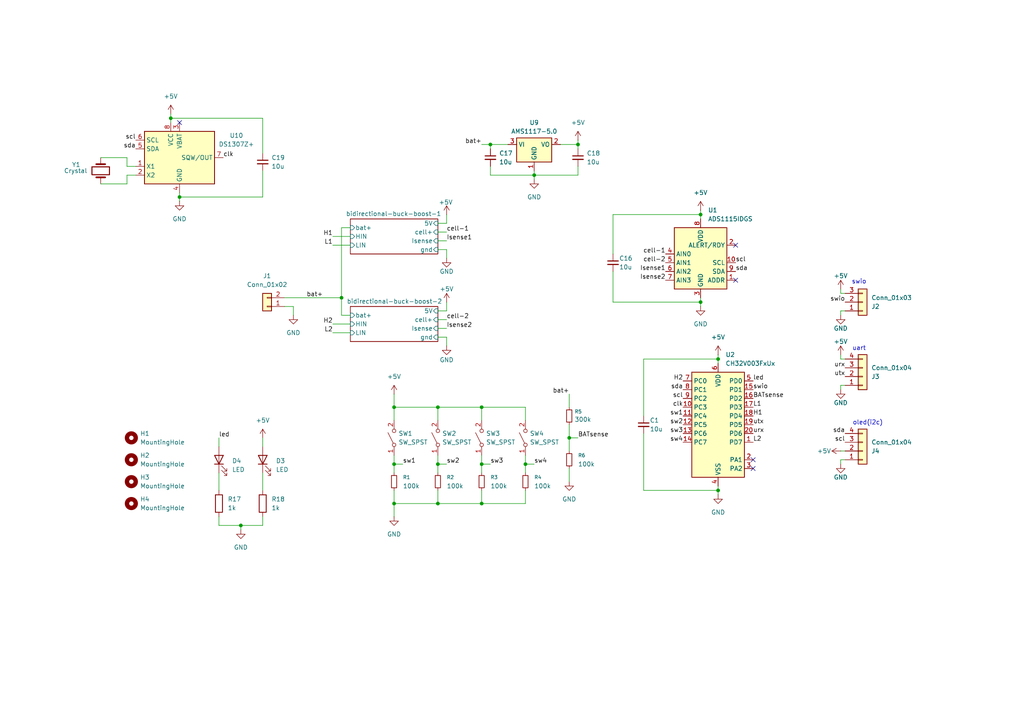
<source format=kicad_sch>
(kicad_sch (version 20250114) (generator "eeschema") (generator_version "9.0")
  (paper "A4")
  (lib_symbols
    (symbol "Analog_ADC:ADS1115IDGS"
      (property "Reference" "U" (at 2.54 13.97 0))
      (property "Value" "ADS1115IDGS" (at 7.62 11.43 0))
      (symbol "ADS1115IDGS_0_1"
        (rectangle (start -7.62 10.16) (end 7.62 -7.62) (stroke (width 0.254)) (fill (type background)))
      )
      (symbol "ADS1115IDGS_1_1"
        (pin input line (at -10.16 2.54 0) (length 2.54) (name "AIN0") (number "4"))
        (pin input line (at -10.16 0 0) (length 2.54) (name "AIN1") (number "5"))
        (pin input line (at -10.16 -2.54 0) (length 2.54) (name "AIN2") (number "6"))
        (pin input line (at -10.16 -5.08 0) (length 2.54) (name "AIN3") (number "7"))
        (pin power_in line (at 0 12.7 270) (length 2.54) (name "VDD") (number "8"))
        (pin power_in line (at 0 -10.16 90) (length 2.54) (name "GND") (number "3"))
        (pin output line (at 10.16 5.08 180) (length 2.54) (name "ALERT/RDY") (number "2"))
        (pin input line (at 10.16 0 180) (length 2.54) (name "SCL") (number "10"))
        (pin bidirectional line (at 10.16 -2.54 180) (length 2.54) (name "SDA") (number "9"))
        (pin input line (at 10.16 -5.08 180) (length 2.54) (name "ADDR") (number "1"))
      )
    )
    (symbol "Connector_Generic:Conn_01x02" (pin_names (offset 1.016) (hide yes))
      (property "Reference" "J" (at 0 2.54 0))
      (property "Value" "Conn_01x02" (at 0 -5.08 0))
      (symbol "Conn_01x02_1_1"
        (rectangle (start -1.27 1.27) (end 1.27 -3.81) (stroke (width 0.254)) (fill (type background)))
        (rectangle (start -1.27 0.127) (end 0 -0.127) (stroke (width 0.1524)))
        (rectangle (start -1.27 -2.413) (end 0 -2.667) (stroke (width 0.1524)))
        (pin passive line (at -5.08 0 0) (length 3.81) (name "Pin_1") (number "1"))
        (pin passive line (at -5.08 -2.54 0) (length 3.81) (name "Pin_2") (number "2"))
      )
    )
    (symbol "Connector_Generic:Conn_01x03" (pin_names (offset 1.016) (hide yes))
      (property "Reference" "J" (at 0 5.08 0))
      (property "Value" "Conn_01x03" (at 0 -5.08 0))
      (symbol "Conn_01x03_1_1"
        (rectangle (start -1.27 3.81) (end 1.27 -3.81) (stroke (width 0.254)) (fill (type background)))
        (rectangle (start -1.27 2.667) (end 0 2.413) (stroke (width 0.1524)))
        (rectangle (start -1.27 0.127) (end 0 -0.127) (stroke (width 0.1524)))
        (rectangle (start -1.27 -2.413) (end 0 -2.667) (stroke (width 0.1524)))
        (pin passive line (at -5.08 2.54 0) (length 3.81) (name "Pin_1") (number "1"))
        (pin passive line (at -5.08 0 0) (length 3.81) (name "Pin_2") (number "2"))
        (pin passive line (at -5.08 -2.54 0) (length 3.81) (name "Pin_3") (number "3"))
      )
    )
    (symbol "Connector_Generic:Conn_01x04" (pin_names (offset 1.016) (hide yes))
      (property "Reference" "J" (at 0 5.08 0))
      (property "Value" "Conn_01x04" (at 0 -7.62 0))
      (symbol "Conn_01x04_1_1"
        (rectangle (start -1.27 3.81) (end 1.27 -6.35) (stroke (width 0.254)) (fill (type background)))
        (rectangle (start -1.27 2.667) (end 0 2.413) (stroke (width 0.1524)))
        (rectangle (start -1.27 0.127) (end 0 -0.127) (stroke (width 0.1524)))
        (rectangle (start -1.27 -2.413) (end 0 -2.667) (stroke (width 0.1524)))
        (rectangle (start -1.27 -4.953) (end 0 -5.207) (stroke (width 0.1524)))
        (pin passive line (at -5.08 2.54 0) (length 3.81) (name "Pin_1") (number "1"))
        (pin passive line (at -5.08 0 0) (length 3.81) (name "Pin_2") (number "2"))
        (pin passive line (at -5.08 -2.54 0) (length 3.81) (name "Pin_3") (number "3"))
        (pin passive line (at -5.08 -5.08 0) (length 3.81) (name "Pin_4") (number "4"))
      )
    )
    (symbol "Device:C_Small" (pin_numbers (hide yes)) (pin_names (offset 0.254) (hide yes))
      (property "Reference" "C" (at 0.254 1.778 0))
      (property "Value" "C_Small" (at 0.254 -2.032 0))
      (symbol "C_Small_0_1"
        (polyline (pts (xy -1.524 0.508) (xy 1.524 0.508)) (stroke (width 0.3048)))
        (polyline (pts (xy -1.524 -0.508) (xy 1.524 -0.508)) (stroke (width 0.3302)))
      )
      (symbol "C_Small_1_1"
        (pin passive line (at 0 2.54 270) (length 2.032) (name "~") (number "1"))
        (pin passive line (at 0 -2.54 90) (length 2.032) (name "~") (number "2"))
      )
    )
    (symbol "Device:Crystal" (pin_numbers (hide yes)) (pin_names (offset 1.016) (hide yes))
      (property "Reference" "Y" (at 0 3.81 0))
      (property "Value" "Crystal" (at 0 -3.81 0))
      (symbol "Crystal_0_1"
        (polyline (pts (xy -2.54 0) (xy -1.905 0)))
        (polyline (pts (xy -1.905 -1.27) (xy -1.905 1.27)) (stroke (width 0.508)))
        (rectangle (start -1.143 2.54) (end 1.143 -2.54) (stroke (width 0.3048)))
        (polyline (pts (xy 1.905 -1.27) (xy 1.905 1.27)) (stroke (width 0.508)))
        (polyline (pts (xy 2.54 0) (xy 1.905 0)))
      )
      (symbol "Crystal_1_1"
        (pin passive line (at -3.81 0 0) (length 1.27) (name "1") (number "1"))
        (pin passive line (at 3.81 0 180) (length 1.27) (name "2") (number "2"))
      )
    )
    (symbol "Device:LED" (pin_numbers (hide yes)) (pin_names (offset 1.016) (hide yes))
      (property "Reference" "D" (at 0 2.54 0))
      (property "Value" "LED" (at 0 -2.54 0))
      (symbol "LED_0_1"
        (polyline (pts (xy -3.048 -0.762) (xy -4.572 -2.286) (xy -3.81 -2.286) (xy -4.572 -2.286) (xy -4.572 -1.524)))
        (polyline (pts (xy -1.778 -0.762) (xy -3.302 -2.286) (xy -2.54 -2.286) (xy -3.302 -2.286) (xy -3.302 -1.524)))
        (polyline (pts (xy -1.27 0) (xy 1.27 0)))
        (polyline (pts (xy -1.27 -1.27) (xy -1.27 1.27)) (stroke (width 0.254)))
        (polyline (pts (xy 1.27 -1.27) (xy 1.27 1.27) (xy -1.27 0) (xy 1.27 -1.27)) (stroke (width 0.254)))
      )
      (symbol "LED_1_1"
        (pin passive line (at -3.81 0 0) (length 2.54) (name "K") (number "1"))
        (pin passive line (at 3.81 0 180) (length 2.54) (name "A") (number "2"))
      )
    )
    (symbol "Device:R" (pin_numbers (hide yes)) (pin_names (offset 0))
      (property "Reference" "R" (at 2.032 0 90))
      (property "Value" "R" (at 0 0 90))
      (symbol "R_0_1"
        (rectangle (start -1.016 -2.54) (end 1.016 2.54) (stroke (width 0.254)))
      )
      (symbol "R_1_1"
        (pin passive line (at 0 3.81 270) (length 1.27) (name "~") (number "1"))
        (pin passive line (at 0 -3.81 90) (length 1.27) (name "~") (number "2"))
      )
    )
    (symbol "Device:R_Small" (pin_numbers (hide yes)) (pin_names (offset 0.254) (hide yes))
      (property "Reference" "R" (at 0 0 90))
      (property "Value" "R_Small" (at 1.778 0 90))
      (symbol "R_Small_0_1"
        (rectangle (start -0.762 1.778) (end 0.762 -1.778) (stroke (width 0.2032)))
      )
      (symbol "R_Small_1_1"
        (pin passive line (at 0 2.54 270) (length 0.762) (name "~") (number "1"))
        (pin passive line (at 0 -2.54 90) (length 0.762) (name "~") (number "2"))
      )
    )
    (symbol "MCU_WCH_CH32V0:CH32V003FxUx"
      (property "Reference" "U" (at -7.62 17.78 0))
      (property "Value" "CH32V003FxUx" (at 7.62 17.78 0))
      (symbol "CH32V003FxUx_1_1"
        (rectangle (start -7.62 15.24) (end 7.62 -15.24) (stroke (width 0.254)) (fill (type background)))
        (pin bidirectional line (at -10.16 12.7 0) (length 2.54) (name "PC0") (number "7"))
        (pin bidirectional line (at -10.16 10.16 0) (length 2.54) (name "PC1") (number "8"))
        (pin bidirectional line (at -10.16 7.62 0) (length 2.54) (name "PC2") (number "9"))
        (pin bidirectional line (at -10.16 5.08 0) (length 2.54) (name "PC3") (number "10"))
        (pin bidirectional line (at -10.16 2.54 0) (length 2.54) (name "PC4") (number "11"))
        (pin bidirectional line (at -10.16 0 0) (length 2.54) (name "PC5") (number "12"))
        (pin bidirectional line (at -10.16 -2.54 0) (length 2.54) (name "PC6") (number "13"))
        (pin bidirectional line (at -10.16 -5.08 0) (length 2.54) (name "PC7") (number "14"))
        (pin power_in line (at 0 17.78 270) (length 2.54) (name "VDD") (number "6"))
        (pin passive line (at 0 -17.78 90) (length 2.54) (hide yes) (name "VSS") (number "21"))
        (pin power_in line (at 0 -17.78 90) (length 2.54) (name "VSS") (number "4"))
        (pin bidirectional line (at 10.16 12.7 180) (length 2.54) (name "PD0") (number "5"))
        (pin bidirectional line (at 10.16 10.16 180) (length 2.54) (name "PD1") (number "15"))
        (pin bidirectional line (at 10.16 7.62 180) (length 2.54) (name "PD2") (number "16"))
        (pin bidirectional line (at 10.16 5.08 180) (length 2.54) (name "PD3") (number "17"))
        (pin bidirectional line (at 10.16 2.54 180) (length 2.54) (name "PD4") (number "18"))
        (pin bidirectional line (at 10.16 0 180) (length 2.54) (name "PD5") (number "19"))
        (pin bidirectional line (at 10.16 -2.54 180) (length 2.54) (name "PD6") (number "20"))
        (pin bidirectional line (at 10.16 -5.08 180) (length 2.54) (name "PD7") (number "1"))
        (pin bidirectional line (at 10.16 -10.16 180) (length 2.54) (name "PA1") (number "2"))
        (pin bidirectional line (at 10.16 -12.7 180) (length 2.54) (name "PA2") (number "3"))
      )
    )
    (symbol "Mechanical:MountingHole" (pin_names (offset 1.016)) (in_bom no)
      (property "Reference" "H" (at 0 5.08 0))
      (property "Value" "MountingHole" (at 0 3.175 0))
      (symbol "MountingHole_0_1"
        (circle (center 0 0) (radius 1.27) (stroke (width 1.27)))
      )
    )
    (symbol "Regulator_Linear:AMS1117-5.0"
      (property "Reference" "U" (at -3.81 3.175 0))
      (property "Value" "AMS1117-5.0" (at 0 3.175 0))
      (symbol "AMS1117-5.0_0_1"
        (rectangle (start -5.08 -5.08) (end 5.08 1.905) (stroke (width 0.254)) (fill (type background)))
      )
      (symbol "AMS1117-5.0_1_1"
        (pin power_in line (at -7.62 0 0) (length 2.54) (name "VI") (number "3"))
        (pin power_in line (at 0 -7.62 90) (length 2.54) (name "GND") (number "1"))
        (pin power_out line (at 7.62 0 180) (length 2.54) (name "VO") (number "2"))
      )
    )
    (symbol "Switch:SW_SPST" (pin_names (offset 0) (hide yes))
      (property "Reference" "SW" (at 0 3.175 0))
      (property "Value" "SW_SPST" (at 0 -2.54 0))
      (symbol "SW_SPST_0_0"
        (circle (center -2.032 0) (radius 0.508))
        (polyline (pts (xy -1.524 0.254) (xy 1.524 1.778)))
        (circle (center 2.032 0) (radius 0.508))
      )
      (symbol "SW_SPST_1_1"
        (pin passive line (at -5.08 0 0) (length 2.54) (name "A") (number "1"))
        (pin passive line (at 5.08 0 180) (length 2.54) (name "B") (number "2"))
      )
    )
    (symbol "Timer_RTC:DS1307Z+"
      (property "Reference" "U" (at -8.89 8.89 0))
      (property "Value" "DS1307Z+" (at 1.27 8.89 0))
      (symbol "DS1307Z+_0_1"
        (rectangle (start -10.16 7.62) (end 10.16 -7.62) (stroke (width 0.254)) (fill (type background)))
      )
      (symbol "DS1307Z+_1_1"
        (pin input line (at -12.7 5.08 0) (length 2.54) (name "SCL") (number "6"))
        (pin bidirectional line (at -12.7 2.54 0) (length 2.54) (name "SDA") (number "5"))
        (pin input line (at -12.7 -2.54 0) (length 2.54) (name "X1") (number "1"))
        (pin input line (at -12.7 -5.08 0) (length 2.54) (name "X2") (number "2"))
        (pin power_in line (at -2.54 10.16 270) (length 2.54) (name "VCC") (number "8"))
        (pin power_in line (at 0 10.16 270) (length 2.54) (name "VBAT") (number "3"))
        (pin power_in line (at 0 -10.16 90) (length 2.54) (name "GND") (number "4"))
        (pin open_collector line (at 12.7 0 180) (length 2.54) (name "SQW/OUT") (number "7"))
      )
    )
    (symbol "power:+5V" (power) (pin_numbers (hide yes)) (pin_names (offset 0) (hide yes))
      (property "Value" "+5V" (at 0 3.556 0))
      (symbol "+5V_0_1"
        (polyline (pts (xy -0.762 1.27) (xy 0 2.54)))
        (polyline (pts (xy 0 2.54) (xy 0.762 1.27)))
        (polyline (pts (xy 0 0) (xy 0 2.54)))
      )
      (symbol "+5V_1_1"
        (pin power_in line (at 0 0 90) (length 0) (name "~") (number "1"))
      )
    )
    (symbol "power:GND" (power) (pin_numbers (hide yes)) (pin_names (offset 0) (hide yes))
      (property "Value" "GND" (at 0 -3.81 0))
      (symbol "GND_0_1"
        (polyline (pts (xy 0 0) (xy 0 -1.27) (xy 1.27 -1.27) (xy 0 -2.54) (xy -1.27 -1.27) (xy 0 -1.27)))
      )
      (symbol "GND_1_1"
        (pin power_in line (at 0 0 270) (length 0) (name "~") (number "1"))
      )
    )
  )
  (text "swio" (at 249.174 81.788 0) (effects (font (size 1.27 1.27))))
  (text "oled(i2c)" (at 251.714 122.682 0) (effects (font (size 1.27 1.27))))
  (text "uart" (at 249.174 101.092 0) (effects (font (size 1.27 1.27))))
  (junction (at 167.64 41.91))
  (junction (at 49.53 34.29))
  (junction (at 114.3 134.62))
  (junction (at 114.3 118.11))
  (junction (at 203.2 62.23))
  (junction (at 127 118.11))
  (junction (at 114.3 146.05))
  (junction (at 139.7 146.05))
  (junction (at 139.7 118.11))
  (junction (at 127 134.62))
  (junction (at 154.94 50.8))
  (junction (at 208.28 104.14))
  (junction (at 152.4 134.62))
  (junction (at 52.07 57.15))
  (junction (at 69.85 152.4))
  (junction (at 142.24 41.91))
  (junction (at 139.7 134.62))
  (junction (at 208.28 142.24))
  (junction (at 99.06 86.36))
  (junction (at 203.2 87.63))
  (junction (at 165.1 127))
  (junction (at 127 146.05))
  (no_connect (at 213.36 81.28))
  (no_connect (at 218.44 133.35))
  (no_connect (at 213.36 71.12))
  (no_connect (at 218.44 135.89))
  (no_connect (at 52.07 35.56))
  (wire (pts (xy 76.2 34.29) (xy 49.53 34.29)))
  (wire (pts (xy 165.1 127) (xy 165.1 130.81)))
  (wire (pts (xy 177.8 78.74) (xy 177.8 87.63)))
  (wire (pts (xy 127 132.08) (xy 127 134.62)))
  (wire (pts (xy 52.07 58.42) (xy 52.07 57.15)))
  (wire (pts (xy 243.84 133.35) (xy 245.11 133.35)))
  (wire (pts (xy 127 134.62) (xy 129.54 134.62)))
  (wire (pts (xy 85.09 91.44) (xy 85.09 88.9)))
  (wire (pts (xy 243.84 85.09) (xy 243.84 83.82)))
  (wire (pts (xy 167.64 127) (xy 165.1 127)))
  (wire (pts (xy 243.84 91.44) (xy 243.84 90.17)))
  (wire (pts (xy 243.84 134.62) (xy 243.84 133.35)))
  (wire (pts (xy 142.24 50.8) (xy 154.94 50.8)))
  (wire (pts (xy 243.84 113.03) (xy 243.84 111.76)))
  (wire (pts (xy 243.84 102.87) (xy 243.84 104.14)))
  (wire (pts (xy 63.5 137.16) (xy 63.5 142.24)))
  (wire (pts (xy 114.3 146.05) (xy 127 146.05)))
  (wire (pts (xy 142.24 48.26) (xy 142.24 50.8)))
  (wire (pts (xy 139.7 121.92) (xy 139.7 118.11)))
  (wire (pts (xy 139.7 134.62) (xy 139.7 137.16)))
  (wire (pts (xy 63.5 149.86) (xy 63.5 152.4)))
  (wire (pts (xy 152.4 134.62) (xy 152.4 137.16)))
  (wire (pts (xy 165.1 123.19) (xy 165.1 127)))
  (wire (pts (xy 208.28 104.14) (xy 208.28 105.41)))
  (wire (pts (xy 167.64 40.64) (xy 167.64 41.91)))
  (wire (pts (xy 177.8 87.63) (xy 203.2 87.63)))
  (wire (pts (xy 177.8 62.23) (xy 203.2 62.23)))
  (wire (pts (xy 203.2 86.36) (xy 203.2 87.63)))
  (wire (pts (xy 76.2 44.45) (xy 76.2 34.29)))
  (wire (pts (xy 139.7 142.24) (xy 139.7 146.05)))
  (wire (pts (xy 99.06 66.04) (xy 101.6 66.04)))
  (wire (pts (xy 127 142.24) (xy 127 146.05)))
  (wire (pts (xy 127 146.05) (xy 139.7 146.05)))
  (wire (pts (xy 76.2 49.53) (xy 76.2 57.15)))
  (wire (pts (xy 36.83 48.26) (xy 39.37 48.26)))
  (wire (pts (xy 96.52 68.58) (xy 101.6 68.58)))
  (wire (pts (xy 152.4 142.24) (xy 152.4 146.05)))
  (wire (pts (xy 127 95.25) (xy 129.54 95.25)))
  (wire (pts (xy 63.5 127) (xy 63.5 129.54)))
  (wire (pts (xy 177.8 73.66) (xy 177.8 62.23)))
  (wire (pts (xy 186.69 120.65) (xy 186.69 104.14)))
  (wire (pts (xy 76.2 127) (xy 76.2 129.54)))
  (wire (pts (xy 243.84 104.14) (xy 245.11 104.14)))
  (wire (pts (xy 96.52 93.98) (xy 101.6 93.98)))
  (wire (pts (xy 127 69.85) (xy 129.54 69.85)))
  (wire (pts (xy 127 121.92) (xy 127 118.11)))
  (wire (pts (xy 36.83 45.72) (xy 36.83 48.26)))
  (wire (pts (xy 114.3 114.3) (xy 114.3 118.11)))
  (wire (pts (xy 114.3 142.24) (xy 114.3 146.05)))
  (wire (pts (xy 208.28 142.24) (xy 208.28 140.97)))
  (wire (pts (xy 127 118.11) (xy 114.3 118.11)))
  (wire (pts (xy 152.4 146.05) (xy 139.7 146.05)))
  (wire (pts (xy 152.4 132.08) (xy 152.4 134.62)))
  (wire (pts (xy 101.6 91.44) (xy 99.06 91.44)))
  (wire (pts (xy 76.2 137.16) (xy 76.2 142.24)))
  (wire (pts (xy 139.7 134.62) (xy 142.24 134.62)))
  (wire (pts (xy 152.4 121.92) (xy 152.4 118.11)))
  (wire (pts (xy 114.3 132.08) (xy 114.3 134.62)))
  (wire (pts (xy 203.2 62.23) (xy 203.2 63.5)))
  (wire (pts (xy 116.84 134.62) (xy 114.3 134.62)))
  (wire (pts (xy 129.54 100.33) (xy 129.54 97.79)))
  (wire (pts (xy 127 134.62) (xy 127 137.16)))
  (wire (pts (xy 139.7 41.91) (xy 142.24 41.91)))
  (wire (pts (xy 63.5 152.4) (xy 69.85 152.4)))
  (wire (pts (xy 129.54 87.63) (xy 129.54 90.17)))
  (wire (pts (xy 76.2 57.15) (xy 52.07 57.15)))
  (wire (pts (xy 139.7 118.11) (xy 127 118.11)))
  (wire (pts (xy 99.06 86.36) (xy 99.06 66.04)))
  (wire (pts (xy 69.85 152.4) (xy 69.85 153.67)))
  (wire (pts (xy 142.24 41.91) (xy 142.24 43.18)))
  (wire (pts (xy 82.55 86.36) (xy 99.06 86.36)))
  (wire (pts (xy 186.69 125.73) (xy 186.69 142.24)))
  (wire (pts (xy 203.2 87.63) (xy 203.2 88.9)))
  (wire (pts (xy 129.54 67.31) (xy 127 67.31)))
  (wire (pts (xy 29.21 45.72) (xy 36.83 45.72)))
  (wire (pts (xy 165.1 114.3) (xy 165.1 118.11)))
  (wire (pts (xy 127 92.71) (xy 129.54 92.71)))
  (wire (pts (xy 52.07 57.15) (xy 52.07 55.88)))
  (wire (pts (xy 129.54 90.17) (xy 127 90.17)))
  (wire (pts (xy 99.06 91.44) (xy 99.06 86.36)))
  (wire (pts (xy 85.09 88.9) (xy 82.55 88.9)))
  (wire (pts (xy 129.54 72.39) (xy 127 72.39)))
  (wire (pts (xy 243.84 130.81) (xy 245.11 130.81)))
  (wire (pts (xy 186.69 104.14) (xy 208.28 104.14)))
  (wire (pts (xy 76.2 152.4) (xy 69.85 152.4)))
  (wire (pts (xy 49.53 34.29) (xy 49.53 35.56)))
  (wire (pts (xy 152.4 134.62) (xy 154.94 134.62)))
  (wire (pts (xy 152.4 118.11) (xy 139.7 118.11)))
  (wire (pts (xy 129.54 97.79) (xy 127 97.79)))
  (wire (pts (xy 208.28 102.87) (xy 208.28 104.14)))
  (wire (pts (xy 154.94 49.53) (xy 154.94 50.8)))
  (wire (pts (xy 114.3 146.05) (xy 114.3 149.86)))
  (wire (pts (xy 167.64 50.8) (xy 154.94 50.8)))
  (wire (pts (xy 129.54 74.93) (xy 129.54 72.39)))
  (wire (pts (xy 245.11 85.09) (xy 243.84 85.09)))
  (wire (pts (xy 96.52 96.52) (xy 101.6 96.52)))
  (wire (pts (xy 114.3 118.11) (xy 114.3 121.92)))
  (wire (pts (xy 39.37 50.8) (xy 36.83 50.8)))
  (wire (pts (xy 208.28 143.51) (xy 208.28 142.24)))
  (wire (pts (xy 147.32 41.91) (xy 142.24 41.91)))
  (wire (pts (xy 154.94 50.8) (xy 154.94 52.07)))
  (wire (pts (xy 186.69 142.24) (xy 208.28 142.24)))
  (wire (pts (xy 96.52 71.12) (xy 101.6 71.12)))
  (wire (pts (xy 203.2 60.96) (xy 203.2 62.23)))
  (wire (pts (xy 139.7 132.08) (xy 139.7 134.62)))
  (wire (pts (xy 129.54 62.23) (xy 129.54 64.77)))
  (wire (pts (xy 165.1 135.89) (xy 165.1 139.7)))
  (wire (pts (xy 167.64 48.26) (xy 167.64 50.8)))
  (wire (pts (xy 167.64 41.91) (xy 167.64 43.18)))
  (wire (pts (xy 36.83 50.8) (xy 36.83 53.34)))
  (wire (pts (xy 243.84 111.76) (xy 245.11 111.76)))
  (wire (pts (xy 76.2 149.86) (xy 76.2 152.4)))
  (wire (pts (xy 162.56 41.91) (xy 167.64 41.91)))
  (wire (pts (xy 49.53 33.02) (xy 49.53 34.29)))
  (wire (pts (xy 36.83 53.34) (xy 29.21 53.34)))
  (wire (pts (xy 114.3 134.62) (xy 114.3 137.16)))
  (wire (pts (xy 129.54 64.77) (xy 127 64.77)))
  (wire (pts (xy 243.84 90.17) (xy 245.11 90.17)))
  (label "H2" (at 96.52 93.98 180))
  (label "L2" (at 218.44 128.27 0))
  (label "clk" (at 198.12 118.11 180))
  (label "swio" (at 218.44 113.03 0))
  (label "L1" (at 96.52 71.12 180))
  (label "sw2" (at 129.54 134.62 0))
  (label "clk" (at 64.77 45.72 0))
  (label "urx" (at 245.11 106.68 180))
  (label "urx" (at 218.44 125.73 0))
  (label "sda" (at 198.12 113.03 180))
  (label "sda" (at 39.37 43.18 180))
  (label "H2" (at 198.12 110.49 180))
  (label "led" (at 63.5 127 0))
  (label "BATsense" (at 167.64 127 0))
  (label "Isense2" (at 193.04 81.28 180))
  (label "swio" (at 245.11 87.63 180))
  (label "cell-2" (at 193.04 76.2 180))
  (label "led" (at 218.44 110.49 0))
  (label "scl" (at 39.37 40.64 180))
  (label "Isense2" (at 129.54 95.25 0))
  (label "scl" (at 245.11 128.27 180))
  (label "L1" (at 218.44 118.11 0))
  (label "BATsense" (at 218.44 115.57 0))
  (label "scl" (at 198.12 115.57 180))
  (label "sw3" (at 142.24 134.62 0))
  (label "utx" (at 245.11 109.22 180))
  (label "bat+" (at 165.1 114.3 180))
  (label "Isense1" (at 193.04 78.74 180))
  (label "H1" (at 218.44 120.65 0))
  (label "sw1" (at 198.12 120.65 180))
  (label "bat+" (at 139.7 41.91 180))
  (label "utx" (at 218.44 123.19 0))
  (label "sw4" (at 154.94 134.62 0))
  (label "sw3" (at 198.12 125.73 180))
  (label "sw1" (at 116.84 134.62 0))
  (label "sda" (at 213.36 78.74 0))
  (label "sw2" (at 198.12 123.19 180))
  (label "cell-2" (at 129.54 92.71 0))
  (label "bat+" (at 88.9 86.36 0))
  (label "sda" (at 245.11 125.73 180))
  (label "Isense1" (at 129.54 69.85 0))
  (label "H1" (at 96.52 68.58 180))
  (label "sw4" (at 198.12 128.27 180))
  (label "cell-1" (at 193.04 73.66 180))
  (label "cell-1" (at 129.54 67.31 0))
  (label "scl" (at 213.36 76.2 0))
  (label "L2" (at 96.52 96.52 180))
  (symbol (lib_id "Device:R") (at 76.2 146.05 0) (unit 1)
    (property "Reference" "R18" (at 78.74 144.7799 0) (effects (justify left)))
    (property "Value" "1k" (at 78.74 147.3199 0) (effects (justify left)))
    (property "Footprint" "Resistor_SMD:R_0603_1608Metric" (effects (hide yes)))
    (property "Description" "Resistor" (effects (hide yes)))
  )
  (symbol (lib_id "Device:C_Small") (at 177.8 76.2 0) (unit 1)
    (property "Reference" "C16" (at 179.578 74.93 0) (effects (justify left)))
    (property "Value" "10u" (at 179.578 77.47 0) (effects (justify left)))
    (property "Footprint" "Capacitor_SMD:C_0603_1608Metric" (effects (hide yes)))
    (property "Description" "Unpolarized capacitor, small symbol" (effects (hide yes)))
  )
  (symbol (lib_id "Device:C_Small") (at 142.24 45.72 0) (unit 1)
    (property "Reference" "C17" (at 144.78 44.4562 0) (effects (justify left)))
    (property "Value" "10u" (at 144.78 46.9962 0) (effects (justify left)))
    (property "Footprint" "Capacitor_SMD:C_0805_2012Metric" (effects (hide yes)))
    (property "Description" "Unpolarized capacitor, small symbol" (effects (hide yes)))
  )
  (symbol (lib_id "Device:Crystal") (at 29.21 49.53 270) (unit 1)
    (property "Reference" "Y1" (at 20.828 47.752 90) (effects (justify left)))
    (property "Value" "Crystal" (at 18.542 49.53 90) (effects (justify left)))
    (property "Footprint" "Crystal:Crystal_SMD_3215-2Pin_3.2x1.5mm" (effects (hide yes)))
    (property "Description" "Two pin crystal" (effects (hide yes)))
  )
  (symbol (lib_id "power:GND") (at 243.84 113.03 0) (unit 1)
    (property "Reference" "#PWR016" (effects (hide yes)))
    (property "Value" "GND" (at 243.84 116.84 0))
    (property "Description" "Power symbol creates a global label with name \"GND\" , ground" (effects (hide yes)))
  )
  (symbol (lib_id "Timer_RTC:DS1307Z+") (at 52.07 45.72 0) (unit 1)
    (property "Reference" "U10" (at 68.58 39.2998 0))
    (property "Value" "DS1307Z+" (at 68.58 41.8398 0))
    (property "Footprint" "Package_SO:SOIC-8_3.9x4.9mm_P1.27mm" (effects (hide yes)))
    (property "Datasheet" "https://datasheets.maximintegrated.com/en/ds/DS1307.pdf" (effects (hide yes)))
    (property "Description" "64 x 8, Serial, I2C Real-time clock, 4.5V to 5.5V VCC, 0°C to +70°C, SOIC-8" (effects (hide yes)))
  )
  (symbol (lib_id "power:+5V") (at 167.64 40.64 0) (unit 1)
    (property "Reference" "#PWR020" (effects (hide yes)))
    (property "Value" "+5V" (at 167.64 35.56 0))
    (property "Description" "Power symbol creates a global label with name \"+5V\"" (effects (hide yes)))
  )
  (symbol (lib_id "power:GND") (at 208.28 143.51 0) (unit 1)
    (property "Reference" "#PWR012" (effects (hide yes)))
    (property "Value" "GND" (at 208.28 148.59 0))
    (property "Description" "Power symbol creates a global label with name \"GND\" , ground" (effects (hide yes)))
  )
  (symbol (lib_id "power:+5V") (at 129.54 87.63 0) (unit 1)
    (property "Reference" "#PWR06" (effects (hide yes)))
    (property "Value" "+5V" (at 129.54 83.82 0))
    (property "Description" "Power symbol creates a global label with name \"+5V\"" (effects (hide yes)))
  )
  (symbol (lib_id "power:+5V") (at 76.2 127 0) (unit 1)
    (property "Reference" "#PWR024" (effects (hide yes)))
    (property "Value" "+5V" (at 76.2 121.92 0))
    (property "Description" "Power symbol creates a global label with name \"+5V\"" (effects (hide yes)))
  )
  (symbol (lib_id "Mechanical:MountingHole") (at 38.1 133.35 0) (unit 1) (in_bom no)
    (property "Reference" "H2" (at 40.64 132.0799 0) (effects (justify left)))
    (property "Value" "MountingHole" (at 40.64 134.6199 0) (effects (justify left)))
    (property "Footprint" "MountingHole:MountingHole_3.2mm_M3" (effects (hide yes)))
    (property "Description" "Mounting Hole without connection" (effects (hide yes)))
  )
  (symbol (lib_id "power:GND") (at 243.84 134.62 0) (unit 1)
    (property "Reference" "#PWR018" (effects (hide yes)))
    (property "Value" "GND" (at 243.84 138.43 0))
    (property "Description" "Power symbol creates a global label with name \"GND\" , ground" (effects (hide yes)))
  )
  (symbol (lib_id "power:+5V") (at 243.84 83.82 0) (unit 1)
    (property "Reference" "#PWR013" (effects (hide yes)))
    (property "Value" "+5V" (at 243.84 80.01 0))
    (property "Description" "Power symbol creates a global label with name \"+5V\"" (effects (hide yes)))
  )
  (symbol (lib_id "power:GND") (at 129.54 100.33 0) (unit 1)
    (property "Reference" "#PWR07" (effects (hide yes)))
    (property "Value" "GND" (at 129.54 104.394 0))
    (property "Description" "Power symbol creates a global label with name \"GND\" , ground" (effects (hide yes)))
  )
  (symbol (lib_id "power:GND") (at 85.09 91.44 0) (unit 1)
    (property "Reference" "#PWR01" (effects (hide yes)))
    (property "Value" "GND" (at 85.09 96.52 0))
    (property "Description" "Power symbol creates a global label with name \"GND\" , ground" (effects (hide yes)))
  )
  (symbol (lib_id "Analog_ADC:ADS1115IDGS") (at 203.2 76.2 0) (unit 1)
    (property "Reference" "U1" (at 205.3433 60.96 0) (effects (justify left)))
    (property "Value" "ADS1115IDGS" (at 205.3433 63.5 0) (effects (justify left)))
    (property "Footprint" "Package_SO:TSSOP-10_3x3mm_P0.5mm" (effects (hide yes)))
    (property "Datasheet" "http://www.ti.com/lit/ds/symlink/ads1113.pdf" (effects (hide yes)))
    (property "Description" "Ultra-Small, Low-Power, I2C-Compatible, 860-SPS, 16-Bit ADCs With Internal Reference, Oscillator, and Programmable Comparator, VSSOP-10" (effects (hide yes)))
  )
  (symbol (lib_id "power:GND") (at 69.85 153.67 0) (unit 1)
    (property "Reference" "#PWR023" (effects (hide yes)))
    (property "Value" "GND" (at 69.85 158.75 0))
    (property "Description" "Power symbol creates a global label with name \"GND\" , ground" (effects (hide yes)))
  )
  (symbol (lib_id "Device:R_Small") (at 165.1 133.35 0) (unit 1)
    (property "Reference" "R6" (at 167.64 132.0799 0) (effects (font (size 1.016 1.016)) (justify left)))
    (property "Value" "100k" (at 167.64 134.6199 0) (effects (justify left)))
    (property "Footprint" "Resistor_SMD:R_0603_1608Metric" (effects (hide yes)))
    (property "Description" "Resistor, small symbol" (effects (hide yes)))
  )
  (symbol (lib_id "Device:C_Small") (at 167.64 45.72 0) (unit 1)
    (property "Reference" "C18" (at 170.18 44.4562 0) (effects (justify left)))
    (property "Value" "10u" (at 170.18 46.9962 0) (effects (justify left)))
    (property "Footprint" "Capacitor_SMD:C_0603_1608Metric" (effects (hide yes)))
    (property "Description" "Unpolarized capacitor, small symbol" (effects (hide yes)))
  )
  (symbol (lib_id "MCU_WCH_CH32V0:CH32V003FxUx") (at 208.28 123.19 0) (unit 1)
    (property "Reference" "U2" (at 210.4233 102.87 0) (effects (justify left)))
    (property "Value" "CH32V003FxUx" (at 210.4233 105.41 0) (effects (justify left)))
    (property "Footprint" "Package_DFN_QFN:QFN-20-1EP_3x3mm_P0.4mm_EP1.65x1.65mm" (effects (hide yes)))
    (property "Datasheet" "https://www.wch-ic.com/products/CH32V003.html" (effects (hide yes)))
    (property "Description" "CH32V003 series are industrial-grade general-purpose microcontrollers designed based on 32-bit RISC-V instruction set and architecture. It adopts QingKe V2A core, RV32EC instruction set, and supports 2 levels of interrupt nesting. The series are mounted with rich peripheral interfaces and function modules. Its internal organizational structure meets the low-cost and low-power embedded application scenarios." (effects (hide yes)))
  )
  (symbol (lib_id "Device:C_Small") (at 76.2 46.99 0) (unit 1)
    (property "Reference" "C19" (at 78.74 45.7262 0) (effects (justify left)))
    (property "Value" "10u" (at 78.74 48.2662 0) (effects (justify left)))
    (property "Footprint" "Capacitor_SMD:C_0603_1608Metric" (effects (hide yes)))
    (property "Description" "Unpolarized capacitor, small symbol" (effects (hide yes)))
  )
  (symbol (lib_id "Device:LED") (at 76.2 133.35 90) (unit 1)
    (property "Reference" "D3" (at 80.01 133.6674 90) (effects (justify right)))
    (property "Value" "LED" (at 80.01 136.2074 90) (effects (justify right)))
    (property "Footprint" "LED_SMD:LED_0603_1608Metric" (effects (hide yes)))
    (property "Description" "Light emitting diode" (effects (hide yes)))
    (property "Sim.Pins" "1=K 2=A" (effects (hide yes)))
  )
  (symbol (lib_id "Mechanical:MountingHole") (at 38.1 127 0) (unit 1) (in_bom no)
    (property "Reference" "H1" (at 40.64 125.7299 0) (effects (justify left)))
    (property "Value" "MountingHole" (at 40.64 128.2699 0) (effects (justify left)))
    (property "Footprint" "MountingHole:MountingHole_3.2mm_M3" (effects (hide yes)))
    (property "Description" "Mounting Hole without connection" (effects (hide yes)))
  )
  (symbol (lib_id "power:GND") (at 114.3 149.86 0) (unit 1)
    (property "Reference" "#PWR03" (effects (hide yes)))
    (property "Value" "GND" (at 114.3 154.94 0))
    (property "Description" "Power symbol creates a global label with name \"GND\" , ground" (effects (hide yes)))
  )
  (symbol (lib_id "power:GND") (at 52.07 58.42 0) (unit 1)
    (property "Reference" "#PWR022" (effects (hide yes)))
    (property "Value" "GND" (at 52.07 63.5 0))
    (property "Description" "Power symbol creates a global label with name \"GND\" , ground" (effects (hide yes)))
  )
  (symbol (lib_id "power:+5V") (at 243.84 130.81 90) (unit 1)
    (property "Reference" "#PWR017" (effects (hide yes)))
    (property "Value" "+5V" (at 239.014 130.81 90))
    (property "Description" "Power symbol creates a global label with name \"+5V\"" (effects (hide yes)))
  )
  (symbol (lib_id "power:+5V") (at 49.53 33.02 0) (unit 1)
    (property "Reference" "#PWR021" (effects (hide yes)))
    (property "Value" "+5V" (at 49.53 27.94 0))
    (property "Description" "Power symbol creates a global label with name \"+5V\"" (effects (hide yes)))
  )
  (symbol (lib_id "Connector_Generic:Conn_01x04") (at 250.19 109.22 0) (mirror x) (unit 1)
    (property "Reference" "J3" (at 252.73 109.2201 0) (effects (justify left)))
    (property "Value" "Conn_01x04" (at 252.73 106.6801 0) (effects (justify left)))
    (property "Footprint" "Connector_PinHeader_2.54mm:PinHeader_1x04_P2.54mm_Vertical" (effects (hide yes)))
    (property "Description" "Generic connector, single row, 01x04, script generated (kicad-library-utils/schlib/autogen/connector/)" (effects (hide yes)))
  )
  (symbol (lib_id "Connector_Generic:Conn_01x03") (at 250.19 87.63 0) (mirror x) (unit 1)
    (property "Reference" "J2" (at 252.73 88.9001 0) (effects (justify left)))
    (property "Value" "Conn_01x03" (at 252.73 86.3601 0) (effects (justify left)))
    (property "Footprint" "Connector_PinHeader_2.54mm:PinHeader_1x03_P2.54mm_Vertical" (effects (hide yes)))
    (property "Description" "Generic connector, single row, 01x03, script generated (kicad-library-utils/schlib/autogen/connector/)" (effects (hide yes)))
  )
  (symbol (lib_id "Switch:SW_SPST") (at 114.3 127 90) (unit 1)
    (property "Reference" "SW1" (at 115.57 125.7299 90) (effects (justify right)))
    (property "Value" "SW_SPST" (at 115.57 128.2699 90) (effects (justify right)))
    (property "Footprint" "my-footprints:switch" (effects (hide yes)))
    (property "Description" "Single Pole Single Throw (SPST) switch" (effects (hide yes)))
  )
  (symbol (lib_id "Device:R_Small") (at 139.7 139.7 0) (unit 1)
    (property "Reference" "R3" (at 142.24 138.4299 0) (effects (font (size 1.016 1.016)) (justify left)))
    (property "Value" "100k" (at 142.24 140.9699 0) (effects (justify left)))
    (property "Footprint" "Resistor_SMD:R_0603_1608Metric" (effects (hide yes)))
    (property "Description" "Resistor, small symbol" (effects (hide yes)))
  )
  (symbol (lib_id "Device:R_Small") (at 152.4 139.7 0) (unit 1)
    (property "Reference" "R4" (at 154.94 138.4299 0) (effects (font (size 1.016 1.016)) (justify left)))
    (property "Value" "100k" (at 154.94 140.9699 0) (effects (justify left)))
    (property "Footprint" "Resistor_SMD:R_0603_1608Metric" (effects (hide yes)))
    (property "Description" "Resistor, small symbol" (effects (hide yes)))
  )
  (symbol (lib_id "power:GND") (at 165.1 139.7 0) (unit 1)
    (property "Reference" "#PWR08" (effects (hide yes)))
    (property "Value" "GND" (at 165.1 144.78 0))
    (property "Description" "Power symbol creates a global label with name \"GND\" , ground" (effects (hide yes)))
  )
  (symbol (lib_id "power:GND") (at 129.54 74.93 0) (unit 1)
    (property "Reference" "#PWR05" (effects (hide yes)))
    (property "Value" "GND" (at 129.54 78.74 0))
    (property "Description" "Power symbol creates a global label with name \"GND\" , ground" (effects (hide yes)))
  )
  (symbol (lib_id "Device:R_Small") (at 127 139.7 0) (unit 1)
    (property "Reference" "R2" (at 129.54 138.4299 0) (effects (font (size 1.016 1.016)) (justify left)))
    (property "Value" "100k" (at 129.54 140.9699 0) (effects (justify left)))
    (property "Footprint" "Resistor_SMD:R_0603_1608Metric" (effects (hide yes)))
    (property "Description" "Resistor, small symbol" (effects (hide yes)))
  )
  (symbol (lib_id "Mechanical:MountingHole") (at 38.1 139.7 0) (unit 1) (in_bom no)
    (property "Reference" "H3" (at 40.64 138.4299 0) (effects (justify left)))
    (property "Value" "MountingHole" (at 40.64 140.9699 0) (effects (justify left)))
    (property "Footprint" "MountingHole:MountingHole_3.2mm_M3" (effects (hide yes)))
    (property "Description" "Mounting Hole without connection" (effects (hide yes)))
  )
  (symbol (lib_id "power:GND") (at 154.94 52.07 0) (unit 1)
    (property "Reference" "#PWR019" (effects (hide yes)))
    (property "Value" "GND" (at 154.94 57.15 0))
    (property "Description" "Power symbol creates a global label with name \"GND\" , ground" (effects (hide yes)))
  )
  (symbol (lib_id "Mechanical:MountingHole") (at 38.1 146.05 0) (unit 1) (in_bom no)
    (property "Reference" "H4" (at 40.64 144.7799 0) (effects (justify left)))
    (property "Value" "MountingHole" (at 40.64 147.3199 0) (effects (justify left)))
    (property "Footprint" "MountingHole:MountingHole_3.2mm_M3" (effects (hide yes)))
    (property "Description" "Mounting Hole without connection" (effects (hide yes)))
  )
  (symbol (lib_id "Device:C_Small") (at 186.69 123.19 0) (unit 1)
    (property "Reference" "C1" (at 188.468 121.92 0) (effects (justify left)))
    (property "Value" "10u" (at 188.468 124.46 0) (effects (justify left)))
    (property "Footprint" "Capacitor_SMD:C_0603_1608Metric" (effects (hide yes)))
    (property "Description" "Unpolarized capacitor, small symbol" (effects (hide yes)))
  )
  (symbol (lib_id "power:GND") (at 203.2 88.9 0) (unit 1)
    (property "Reference" "#PWR010" (effects (hide yes)))
    (property "Value" "GND" (at 203.2 93.98 0))
    (property "Description" "Power symbol creates a global label with name \"GND\" , ground" (effects (hide yes)))
  )
  (symbol (lib_id "power:+5V") (at 203.2 60.96 0) (unit 1)
    (property "Reference" "#PWR09" (effects (hide yes)))
    (property "Value" "+5V" (at 203.2 55.88 0))
    (property "Description" "Power symbol creates a global label with name \"+5V\"" (effects (hide yes)))
  )
  (symbol (lib_id "Connector_Generic:Conn_01x04") (at 250.19 130.81 0) (mirror x) (unit 1)
    (property "Reference" "J4" (at 252.73 130.8101 0) (effects (justify left)))
    (property "Value" "Conn_01x04" (at 252.73 128.2701 0) (effects (justify left)))
    (property "Footprint" "modules:module-oled-0.9inch" (effects (hide yes)))
    (property "Description" "Generic connector, single row, 01x04, script generated (kicad-library-utils/schlib/autogen/connector/)" (effects (hide yes)))
  )
  (symbol (lib_id "power:+5V") (at 114.3 114.3 0) (unit 1)
    (property "Reference" "#PWR02" (effects (hide yes)))
    (property "Value" "+5V" (at 114.3 109.22 0))
    (property "Description" "Power symbol creates a global label with name \"+5V\"" (effects (hide yes)))
  )
  (symbol (lib_id "power:GND") (at 243.84 91.44 0) (unit 1)
    (property "Reference" "#PWR014" (effects (hide yes)))
    (property "Value" "GND" (at 243.84 95.25 0))
    (property "Description" "Power symbol creates a global label with name \"GND\" , ground" (effects (hide yes)))
  )
  (symbol (lib_id "power:+5V") (at 208.28 102.87 0) (unit 1)
    (property "Reference" "#PWR011" (effects (hide yes)))
    (property "Value" "+5V" (at 208.28 97.79 0))
    (property "Description" "Power symbol creates a global label with name \"+5V\"" (effects (hide yes)))
  )
  (symbol (lib_id "Connector_Generic:Conn_01x02") (at 77.47 88.9 180) (unit 1)
    (property "Reference" "J1" (at 77.47 80.01 0))
    (property "Value" "Conn_01x02" (at 77.47 82.55 0))
    (property "Footprint" "my-connectors:screw-terminal_5mm_x2" (effects (hide yes)))
    (property "Description" "Generic connector, single row, 01x02, script generated (kicad-library-utils/schlib/autogen/connector/)" (effects (hide yes)))
  )
  (symbol (lib_id "Device:R_Small") (at 114.3 139.7 0) (unit 1)
    (property "Reference" "R1" (at 116.84 138.4299 0) (effects (font (size 1.016 1.016)) (justify left)))
    (property "Value" "100k" (at 116.84 140.9699 0) (effects (justify left)))
    (property "Footprint" "Resistor_SMD:R_0603_1608Metric" (effects (hide yes)))
    (property "Description" "Resistor, small symbol" (effects (hide yes)))
  )
  (symbol (lib_id "Switch:SW_SPST") (at 139.7 127 90) (unit 1)
    (property "Reference" "SW3" (at 140.97 125.7299 90) (effects (justify right)))
    (property "Value" "SW_SPST" (at 140.97 128.2699 90) (effects (justify right)))
    (property "Footprint" "my-footprints:switch" (effects (hide yes)))
    (property "Description" "Single Pole Single Throw (SPST) switch" (effects (hide yes)))
  )
  (symbol (lib_id "Device:R_Small") (at 165.1 120.65 0) (unit 1)
    (property "Reference" "R5" (at 166.624 119.38 0) (effects (font (size 1.016 1.016)) (justify left)))
    (property "Value" "300k" (at 166.624 121.666 0) (effects (justify left)))
    (property "Footprint" "Resistor_SMD:R_0603_1608Metric" (effects (hide yes)))
    (property "Description" "Resistor, small symbol" (effects (hide yes)))
  )
  (symbol (lib_id "Switch:SW_SPST") (at 127 127 90) (unit 1)
    (property "Reference" "SW2" (at 128.27 125.7299 90) (effects (justify right)))
    (property "Value" "SW_SPST" (at 128.27 128.2699 90) (effects (justify right)))
    (property "Footprint" "my-footprints:switch" (effects (hide yes)))
    (property "Description" "Single Pole Single Throw (SPST) switch" (effects (hide yes)))
  )
  (symbol (lib_id "power:+5V") (at 243.84 102.87 0) (unit 1)
    (property "Reference" "#PWR015" (effects (hide yes)))
    (property "Value" "+5V" (at 243.84 99.06 0))
    (property "Description" "Power symbol creates a global label with name \"+5V\"" (effects (hide yes)))
  )
  (symbol (lib_id "Switch:SW_SPST") (at 152.4 127 90) (unit 1)
    (property "Reference" "SW4" (at 153.67 125.7299 90) (effects (justify right)))
    (property "Value" "SW_SPST" (at 153.67 128.2699 90) (effects (justify right)))
    (property "Footprint" "my-footprints:switch" (effects (hide yes)))
    (property "Description" "Single Pole Single Throw (SPST) switch" (effects (hide yes)))
  )
  (symbol (lib_id "Device:LED") (at 63.5 133.35 90) (unit 1)
    (property "Reference" "D4" (at 67.31 133.6674 90) (effects (justify right)))
    (property "Value" "LED" (at 67.31 136.2074 90) (effects (justify right)))
    (property "Footprint" "LED_SMD:LED_0603_1608Metric" (effects (hide yes)))
    (property "Description" "Light emitting diode" (effects (hide yes)))
    (property "Sim.Pins" "1=K 2=A" (effects (hide yes)))
  )
  (symbol (lib_id "power:+5V") (at 129.54 62.23 0) (unit 1)
    (property "Reference" "#PWR04" (effects (hide yes)))
    (property "Value" "+5V" (at 129.286 58.674 0))
    (property "Description" "Power symbol creates a global label with name \"+5V\"" (effects (hide yes)))
  )
  (symbol (lib_id "Device:R") (at 63.5 146.05 0) (unit 1)
    (property "Reference" "R17" (at 66.04 144.7799 0) (effects (justify left)))
    (property "Value" "1k" (at 66.04 147.3199 0) (effects (justify left)))
    (property "Footprint" "Resistor_SMD:R_0603_1608Metric" (effects (hide yes)))
    (property "Description" "Resistor" (effects (hide yes)))
  )
  (symbol (lib_id "Regulator_Linear:AMS1117-5.0") (at 154.94 41.91 0) (unit 1)
    (property "Reference" "U9" (at 154.94 35.56 0))
    (property "Value" "AMS1117-5.0" (at 154.94 38.1 0))
    (property "Footprint" "Package_TO_SOT_SMD:SOT-223-3_TabPin2" (effects (hide yes)))
    (property "Datasheet" "http://www.advanced-monolithic.com/pdf/ds1117.pdf" (effects (hide yes)))
    (property "Description" "1A Low Dropout regulator, positive, 5.0V fixed output, SOT-223" (effects (hide yes)))
  )
  (sheet (at 101.6 63.5) (size 25.4 10.16) (stroke (width 0.1524))
    (property "Sheetname" "bidirectional-buck-boost-1" (at 100.33 62.738 0) (effects (justify left bottom)))
    (property "Sheetfile" "bidirectional-buck-boost.kicad_sch" (effects (hide yes)))
    (pin "5V" input (at 127 64.77 0))
    (pin "bat+" input (at 101.6 66.04 180))
    (pin "cell+" input (at 127 67.31 0))
    (pin "gnd" input (at 127 72.39 0))
    (pin "HIN" input (at 101.6 68.58 180))
    (pin "Isense" input (at 127 69.85 0))
    (pin "LIN" input (at 101.6 71.12 180))
  )
  (sheet (at 101.6 88.9) (size 25.4 10.16) (stroke (width 0.1524))
    (property "Sheetname" "bidirectional-buck-boost-2" (at 100.584 88.138 0) (effects (justify left bottom)))
    (property "Sheetfile" "bidirectional-buck-boost.kicad_sch" (effects (hide yes)))
    (pin "5V" input (at 127 90.17 0))
    (pin "bat+" input (at 101.6 91.44 180))
    (pin "cell+" input (at 127 92.71 0))
    (pin "gnd" input (at 127 97.79 0))
    (pin "HIN" input (at 101.6 93.98 180))
    (pin "Isense" input (at 127 95.25 0))
    (pin "LIN" input (at 101.6 96.52 180))
  )
)
</source>
